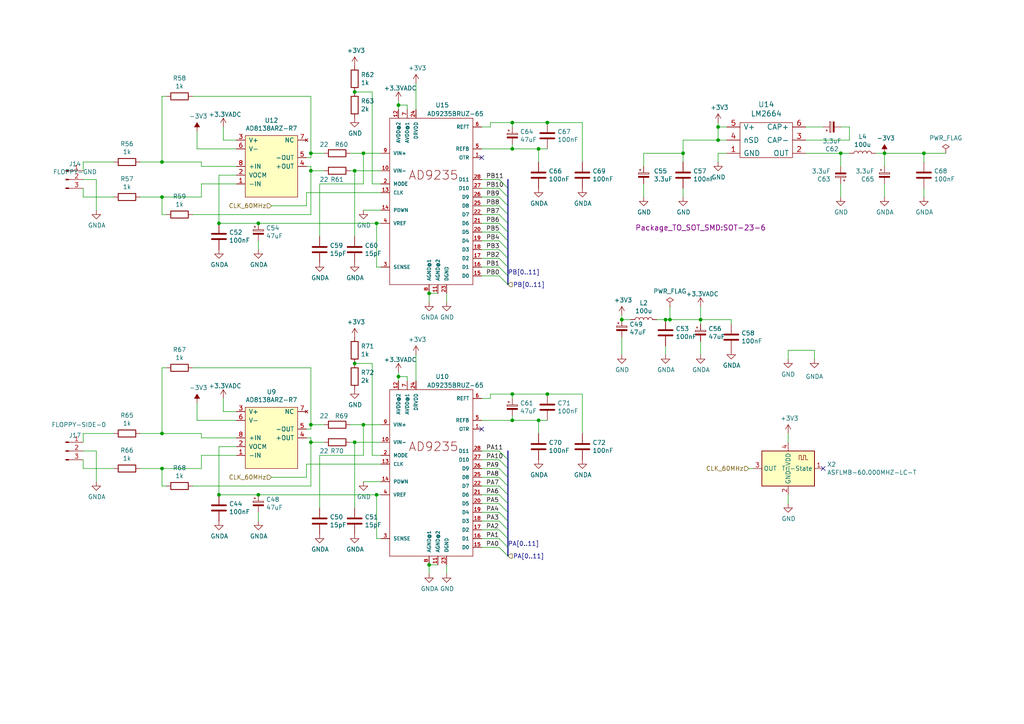
<source format=kicad_sch>
(kicad_sch (version 20211123) (generator eeschema)
  (paper "A4")
  (lib_symbols
    (symbol "AnalogFluxReader-rescue:CP_Small-Device" (pin_numbers hide) (pin_names (offset 0.254) hide)
      (property "Reference" "C" (at 0.254 1.778 0))
      (property "Value" "CP_Small-Device" (at 0.254 -2.032 0))
      (symbol "CP_Small-Device_0_1"
        (rectangle (start -1.524 -0.3048) (end 1.524 -0.6858) (fill (type outline)))
        (rectangle (start -1.524 0.6858) (end 1.524 0.3048))
        (polyline (pts (xy -1.27 1.524) (xy -0.762 1.524)))
        (polyline (pts (xy -1.016 1.27) (xy -1.016 1.778)))
      )
      (symbol "CP_Small-Device_1_1"
        (pin passive line (at 0 2.54 270) (length 1.8542) (name "~") (number "1"))
        (pin passive line (at 0 -2.54 90) (length 1.8542) (name "~") (number "2"))
      )
    )
    (symbol "Connector:Conn_01x03_Male" (pin_names (offset 1.016) hide)
      (property "Reference" "J" (at 0 5.08 0))
      (property "Value" "Conn_01x03_Male" (at 0 -5.08 0))
      (symbol "Conn_01x03_Male_1_1"
        (polyline (pts (xy 1.27 -2.54) (xy 0.8636 -2.54)) (stroke (width 0.1524)))
        (polyline (pts (xy 1.27 0) (xy 0.8636 0)) (stroke (width 0.1524)))
        (polyline (pts (xy 1.27 2.54) (xy 0.8636 2.54)) (stroke (width 0.1524)))
        (rectangle (start 0.8636 -2.413) (end 0 -2.667) (stroke (width 0.1524)) (fill (type outline)))
        (rectangle (start 0.8636 0.127) (end 0 -0.127) (stroke (width 0.1524)) (fill (type outline)))
        (rectangle (start 0.8636 2.667) (end 0 2.413) (stroke (width 0.1524)) (fill (type outline)))
        (pin passive line (at 5.08 2.54 180) (length 3.81) (name "Pin_1") (number "1"))
        (pin passive line (at 5.08 0 180) (length 3.81) (name "Pin_2") (number "2"))
        (pin passive line (at 5.08 -2.54 180) (length 3.81) (name "Pin_3") (number "3"))
      )
    )
    (symbol "Device:C" (pin_numbers hide) (pin_names (offset 0.254))
      (property "Reference" "C" (at 0.635 2.54 0))
      (property "Value" "C" (at 0.635 -2.54 0))
      (symbol "C_0_1"
        (polyline (pts (xy -2.032 -0.762) (xy 2.032 -0.762)) (stroke (width 0.508)))
        (polyline (pts (xy -2.032 0.762) (xy 2.032 0.762)) (stroke (width 0.508)))
      )
      (symbol "C_1_1"
        (pin passive line (at 0 3.81 270) (length 2.794) (name "~") (number "1"))
        (pin passive line (at 0 -3.81 90) (length 2.794) (name "~") (number "2"))
      )
    )
    (symbol "Device:C_Polarized_Small" (pin_numbers hide) (pin_names (offset 0.254) hide)
      (property "Reference" "C" (at 0.254 1.778 0))
      (property "Value" "C_Polarized_Small" (at 0.254 -2.032 0))
      (symbol "C_Polarized_Small_0_1"
        (rectangle (start -1.524 -0.3048) (end 1.524 -0.6858) (fill (type outline)))
        (rectangle (start -1.524 0.6858) (end 1.524 0.3048))
        (polyline (pts (xy -1.27 1.524) (xy -0.762 1.524)))
        (polyline (pts (xy -1.016 1.27) (xy -1.016 1.778)))
      )
      (symbol "C_Polarized_Small_1_1"
        (pin passive line (at 0 2.54 270) (length 1.8542) (name "~") (number "1"))
        (pin passive line (at 0 -2.54 90) (length 1.8542) (name "~") (number "2"))
      )
    )
    (symbol "Device:L" (pin_numbers hide) (pin_names (offset 1.016) hide)
      (property "Reference" "L" (at -1.27 0 90))
      (property "Value" "L" (at 1.905 0 90))
      (symbol "L_0_1"
        (arc (start 0 -2.54) (mid 0.635 -1.905) (end 0 -1.27))
        (arc (start 0 -1.27) (mid 0.635 -0.635) (end 0 0))
        (arc (start 0 0) (mid 0.635 0.635) (end 0 1.27))
        (arc (start 0 1.27) (mid 0.635 1.905) (end 0 2.54))
      )
      (symbol "L_1_1"
        (pin passive line (at 0 3.81 270) (length 1.27) (name "1") (number "1"))
        (pin passive line (at 0 -3.81 90) (length 1.27) (name "2") (number "2"))
      )
    )
    (symbol "Device:R" (pin_numbers hide) (pin_names (offset 0))
      (property "Reference" "R" (at 2.032 0 90))
      (property "Value" "R" (at 0 0 90))
      (symbol "R_0_1"
        (rectangle (start -1.016 -2.54) (end 1.016 2.54) (stroke (width 0.254)))
      )
      (symbol "R_1_1"
        (pin passive line (at 0 3.81 270) (length 1.27) (name "~") (number "1"))
        (pin passive line (at 0 -3.81 90) (length 1.27) (name "~") (number "2"))
      )
    )
    (symbol "Greaseweazle:AD8138-ad8138" (pin_names (offset 1.016))
      (property "Reference" "IC" (at -7.62 10.16 0))
      (property "Value" "AD8138-ad8138" (at -7.62 -10.16 0))
      (symbol "AD8138-ad8138_0_0"
        (pin input line (at -10.16 -5.08 0) (length 2.54) (name "-IN") (number "1"))
        (pin input line (at -10.16 -2.54 0) (length 2.54) (name "VOCM") (number "2"))
        (pin power_in line (at -10.16 7.62 0) (length 2.54) (name "V+") (number "3"))
        (pin output line (at 10.16 0 180) (length 2.54) (name "+OUT") (number "4"))
        (pin output line (at 10.16 2.54 180) (length 2.54) (name "-OUT") (number "5"))
        (pin power_in line (at -10.16 5.08 0) (length 2.54) (name "V-") (number "6"))
        (pin no_connect line (at 10.16 7.62 180) (length 2.54) (name "NC") (number "7"))
        (pin input line (at -10.16 0 0) (length 2.54) (name "+IN") (number "8"))
      )
      (symbol "AD8138-ad8138_0_1"
        (rectangle (start -7.62 8.89) (end 7.62 -8.89) (fill (type background)))
      )
    )
    (symbol "Greaseweazle:AD9235BR-ad9235" (pin_names (offset 1.016))
      (property "Reference" "U" (at 2.54 26.67 0))
      (property "Value" "AD9235BR-ad9235" (at 6.35 24.13 0))
      (symbol "AD9235BR-ad9235_1_0"
        (polyline (pts (xy -12.7 -25.4) (xy -12.7 22.86)))
        (polyline (pts (xy -12.7 22.86) (xy 11.43 22.86)))
        (polyline (pts (xy 11.43 -25.4) (xy -12.7 -25.4)))
        (polyline (pts (xy 11.43 22.86) (xy 11.43 -25.4)))
        (text "AD9235" (at 0 6.35 0) (effects (font (size 2.54 2.54))))
      )
      (symbol "AD9235BR-ad9235_1_1"
        (pin output line (at 13.97 11.43 180) (length 2.54) (name "OTR") (number "1"))
        (pin input line (at -15.24 7.62 0) (length 2.54) (name "VIN-") (number "10"))
        (pin power_in line (at 1.27 -27.94 90) (length 2.54) (name "AGND@2") (number "11"))
        (pin power_in line (at -10.16 25.4 270) (length 2.54) (name "AVDD@2") (number "12"))
        (pin input line (at -15.24 1.27 0) (length 2.54) (name "CLK") (number "13"))
        (pin input line (at -15.24 -3.81 0) (length 2.54) (name "PDWN") (number "14"))
        (pin output line (at 13.97 -22.86 180) (length 2.54) (name "D0") (number "15"))
        (pin output line (at 13.97 -20.32 180) (length 2.54) (name "D1") (number "16"))
        (pin output line (at 13.97 -17.78 180) (length 2.54) (name "D2") (number "17"))
        (pin output line (at 13.97 -15.24 180) (length 2.54) (name "D3") (number "18"))
        (pin output line (at 13.97 -12.7 180) (length 2.54) (name "D4") (number "19"))
        (pin input line (at -15.24 3.81 0) (length 2.54) (name "MODE") (number "2"))
        (pin output line (at 13.97 -10.16 180) (length 2.54) (name "D5") (number "20"))
        (pin output line (at 13.97 -7.62 180) (length 2.54) (name "D6") (number "21"))
        (pin output line (at 13.97 -5.08 180) (length 2.54) (name "D7") (number "22"))
        (pin power_in line (at 3.81 -27.94 90) (length 2.54) (name "DGND") (number "23"))
        (pin power_in line (at -5.08 25.4 270) (length 2.54) (name "DRVDD") (number "24"))
        (pin output line (at 13.97 -2.54 180) (length 2.54) (name "D8") (number "25"))
        (pin output line (at 13.97 0 180) (length 2.54) (name "D9") (number "26"))
        (pin output line (at 13.97 2.54 180) (length 2.54) (name "D10") (number "27"))
        (pin output line (at 13.97 5.08 180) (length 2.54) (name "D11") (number "28"))
        (pin input line (at -15.24 -20.32 0) (length 2.54) (name "SENSE") (number "3"))
        (pin input line (at -15.24 -7.62 0) (length 2.54) (name "VREF") (number "4"))
        (pin output line (at 13.97 13.97 180) (length 2.54) (name "REFB") (number "5"))
        (pin output line (at 13.97 20.32 180) (length 2.54) (name "REFT") (number "6"))
        (pin power_in line (at -7.62 25.4 270) (length 2.54) (name "AVDD@1") (number "7"))
        (pin power_in line (at -1.27 -27.94 90) (length 2.54) (name "AGND@1") (number "8"))
        (pin input line (at -15.24 12.7 0) (length 2.54) (name "VIN+") (number "9"))
      )
    )
    (symbol "Greaseweazle:CP_Small-Device" (pin_numbers hide) (pin_names (offset 0.254) hide)
      (property "Reference" "C" (at 0.254 1.778 0))
      (property "Value" "CP_Small-Device" (at 0.254 -2.032 0))
      (symbol "CP_Small-Device_0_1"
        (rectangle (start -1.524 -0.3048) (end 1.524 -0.6858) (fill (type outline)))
        (rectangle (start -1.524 0.6858) (end 1.524 0.3048))
        (polyline (pts (xy -1.27 1.524) (xy -0.762 1.524)))
        (polyline (pts (xy -1.016 1.27) (xy -1.016 1.778)))
      )
      (symbol "CP_Small-Device_1_1"
        (pin passive line (at 0 2.54 270) (length 1.8542) (name "~") (number "1"))
        (pin passive line (at 0 -2.54 90) (length 1.8542) (name "~") (number "2"))
      )
    )
    (symbol "Greaseweazle:LM2664-tinkerforge" (pin_names (offset 1.016))
      (property "Reference" "U" (at -6.35 6.35 0))
      (property "Value" "LM2664-tinkerforge" (at 0 -6.35 0))
      (symbol "LM2664-tinkerforge_0_1"
        (rectangle (start -7.62 5.08) (end 7.62 -5.08))
      )
      (symbol "LM2664-tinkerforge_1_1"
        (pin input line (at -11.43 -3.81 0) (length 3.81) (name "GND") (number "1"))
        (pin input line (at 11.43 -3.81 180) (length 3.81) (name "OUT") (number "2"))
        (pin input line (at 11.43 0 180) (length 3.81) (name "CAP-") (number "3"))
        (pin input line (at -11.43 0 0) (length 3.81) (name "nSD") (number "4"))
        (pin input line (at -11.43 3.81 0) (length 3.81) (name "V+") (number "5"))
        (pin input line (at 11.43 3.81 180) (length 3.81) (name "CAP+") (number "6"))
      )
    )
    (symbol "Oscillator:ASCO"
      (property "Reference" "X" (at -7.62 6.35 0))
      (property "Value" "ASCO" (at 1.27 -6.35 0))
      (symbol "ASCO_0_1"
        (rectangle (start -7.62 5.08) (end 7.62 -5.08) (stroke (width 0.254)) (fill (type background)))
        (polyline (pts (xy -5.715 2.54) (xy -5.08 2.54) (xy -5.08 3.81) (xy -4.445 3.81) (xy -4.445 2.54) (xy -3.81 2.54) (xy -3.81 3.81) (xy -3.175 3.81) (xy -3.175 2.54)))
      )
      (symbol "ASCO_1_1"
        (pin input line (at -10.16 0 0) (length 2.54) (name "Tri-State") (number "1"))
        (pin power_in line (at 0 -7.62 90) (length 2.54) (name "GND") (number "2"))
        (pin output line (at 10.16 0 180) (length 2.54) (name "OUT") (number "3"))
        (pin power_in line (at 0 7.62 270) (length 2.54) (name "VDD") (number "4"))
      )
    )
    (symbol "power:+3.3VADC" (power) (pin_names (offset 0))
      (property "Value" "+3.3VADC" (at 0 2.54 0))
      (symbol "+3.3VADC_0_0"
        (pin power_in line (at 0 0 90) (length 0) hide (name "+3.3VADC") (number "1"))
      )
      (symbol "+3.3VADC_0_1"
        (polyline (pts (xy -0.762 1.27) (xy 0 2.54)))
        (polyline (pts (xy 0 0) (xy 0 2.54)))
        (polyline (pts (xy 0 2.54) (xy 0.762 1.27)))
      )
    )
    (symbol "power:+3V3" (power) (pin_names (offset 0))
      (property "Value" "+3V3" (at 0 3.556 0))
      (symbol "+3V3_0_1"
        (polyline (pts (xy -0.762 1.27) (xy 0 2.54)))
        (polyline (pts (xy 0 0) (xy 0 2.54)))
        (polyline (pts (xy 0 2.54) (xy 0.762 1.27)))
      )
      (symbol "+3V3_1_1"
        (pin power_in line (at 0 0 90) (length 0) hide (name "+3V3") (number "1"))
      )
    )
    (symbol "power:-3V3" (power) (pin_names (offset 0))
      (property "Value" "-3V3" (at 0 3.81 0))
      (symbol "-3V3_0_0"
        (pin power_in line (at 0 0 90) (length 0) hide (name "-3V3") (number "1"))
      )
      (symbol "-3V3_0_1"
        (polyline (pts (xy 0 0) (xy 0 1.27) (xy 0.762 1.27) (xy 0 2.54) (xy -0.762 1.27) (xy 0 1.27)) (fill (type outline)))
      )
    )
    (symbol "power:GND" (power) (pin_names (offset 0))
      (property "Value" "GND" (at 0 -3.81 0))
      (symbol "GND_0_1"
        (polyline (pts (xy 0 0) (xy 0 -1.27) (xy 1.27 -1.27) (xy 0 -2.54) (xy -1.27 -1.27) (xy 0 -1.27)))
      )
      (symbol "GND_1_1"
        (pin power_in line (at 0 0 270) (length 0) hide (name "GND") (number "1"))
      )
    )
    (symbol "power:GNDA" (power) (pin_names (offset 0))
      (property "Value" "GNDA" (at 0 -3.81 0))
      (symbol "GNDA_0_1"
        (polyline (pts (xy 0 0) (xy 0 -1.27) (xy 1.27 -1.27) (xy 0 -2.54) (xy -1.27 -1.27) (xy 0 -1.27)))
      )
      (symbol "GNDA_1_1"
        (pin power_in line (at 0 0 270) (length 0) hide (name "GNDA") (number "1"))
      )
    )
    (symbol "power:PWR_FLAG" (power) (pin_numbers hide) (pin_names (offset 0) hide)
      (property "Value" "PWR_FLAG" (at 0 3.81 0))
      (symbol "PWR_FLAG_0_0"
        (pin power_out line (at 0 0 90) (length 0) (name "pwr") (number "1"))
      )
      (symbol "PWR_FLAG_0_1"
        (polyline (pts (xy 0 0) (xy 0 1.27) (xy -1.016 1.905) (xy 0 2.54) (xy 1.016 1.905) (xy 0 1.27)))
      )
    )
  )
  (junction (at 158.75 35.56))
  (junction (at 158.75 114.3))
  (junction (at 74.93 143.51))
  (junction (at 105.41 44.45))
  (junction (at 63.5 143.51))
  (junction (at 109.22 143.51))
  (junction (at 256.54 44.45))
  (junction (at 90.17 44.45))
  (junction (at 156.21 121.92))
  (junction (at 208.28 36.83))
  (junction (at 156.21 43.18))
  (junction (at 267.97 44.45))
  (junction (at 90.17 123.19))
  (junction (at 74.93 64.77))
  (junction (at 90.17 128.27))
  (junction (at 46.99 57.15))
  (junction (at 105.41 123.19))
  (junction (at 148.59 114.3))
  (junction (at 124.46 163.83))
  (junction (at 148.59 43.18))
  (junction (at 124.46 85.09))
  (junction (at 102.87 105.41))
  (junction (at 243.84 44.45))
  (junction (at 102.87 49.53))
  (junction (at 46.99 46.99))
  (junction (at 193.04 92.71))
  (junction (at 148.59 35.56))
  (junction (at 115.57 30.48))
  (junction (at 102.87 26.67))
  (junction (at 208.28 40.64))
  (junction (at 46.99 125.73))
  (junction (at 203.2 92.71))
  (junction (at 198.12 44.45))
  (junction (at 102.87 128.27))
  (junction (at 109.22 64.77))
  (junction (at 194.31 92.71))
  (junction (at 148.59 121.92))
  (junction (at 115.57 109.22))
  (junction (at 46.99 135.89))
  (junction (at 63.5 64.77))
  (junction (at 90.17 49.53))
  (junction (at 180.34 92.71))
  (no_connect (at 238.76 135.89))
  (no_connect (at 139.7 45.72))
  (no_connect (at 139.7 124.46))
  (bus_entry (at 144.78 77.47) (size 2.54 2.54))
  (bus_entry (at 144.78 62.23) (size 2.54 2.54))
  (bus_entry (at 144.78 74.93) (size 2.54 2.54))
  (bus_entry (at 144.78 138.43) (size 2.54 2.54))
  (bus_entry (at 144.78 140.97) (size 2.54 2.54))
  (bus_entry (at 144.78 143.51) (size 2.54 2.54))
  (bus_entry (at 144.78 151.13) (size 2.54 2.54))
  (bus_entry (at 144.78 153.67) (size 2.54 2.54))
  (bus_entry (at 144.78 156.21) (size 2.54 2.54))
  (bus_entry (at 144.78 158.75) (size 2.54 2.54))
  (bus_entry (at 144.78 130.81) (size 2.54 2.54))
  (bus_entry (at 144.78 133.35) (size 2.54 2.54))
  (bus_entry (at 144.78 135.89) (size 2.54 2.54))
  (bus_entry (at 144.78 148.59) (size 2.54 2.54))
  (bus_entry (at 144.78 146.05) (size 2.54 2.54))
  (bus_entry (at 144.78 67.31) (size 2.54 2.54))
  (bus_entry (at 144.78 80.01) (size 2.54 2.54))
  (bus_entry (at 144.78 52.07) (size 2.54 2.54))
  (bus_entry (at 144.78 54.61) (size 2.54 2.54))
  (bus_entry (at 144.78 64.77) (size 2.54 2.54))
  (bus_entry (at 144.78 72.39) (size 2.54 2.54))
  (bus_entry (at 144.78 57.15) (size 2.54 2.54))
  (bus_entry (at 144.78 59.69) (size 2.54 2.54))
  (bus_entry (at 144.78 69.85) (size 2.54 2.54))
  (wire (pts (xy 107.95 26.67) (xy 107.95 53.34)))
  (wire (pts (xy 105.41 139.7) (xy 110.49 139.7)))
  (wire (pts (xy 120.65 31.75) (xy 120.65 24.13)))
  (wire (pts (xy 68.58 43.18) (xy 57.15 43.18)))
  (wire (pts (xy 148.59 121.92) (xy 156.21 121.92)))
  (wire (pts (xy 93.98 128.27) (xy 90.17 128.27)))
  (wire (pts (xy 46.99 27.94) (xy 48.26 27.94)))
  (wire (pts (xy 243.84 53.34) (xy 243.84 57.15)))
  (wire (pts (xy 203.2 92.71) (xy 203.2 88.9)))
  (wire (pts (xy 64.77 40.64) (xy 64.77 36.83)))
  (wire (pts (xy 139.7 43.18) (xy 148.59 43.18)))
  (wire (pts (xy 274.32 44.45) (xy 267.97 44.45)))
  (wire (pts (xy 105.41 123.19) (xy 110.49 123.19)))
  (wire (pts (xy 208.28 36.83) (xy 208.28 35.56)))
  (wire (pts (xy 55.88 62.23) (xy 90.17 62.23)))
  (wire (pts (xy 120.65 110.49) (xy 120.65 102.87)))
  (wire (pts (xy 90.17 106.68) (xy 55.88 106.68)))
  (wire (pts (xy 148.59 35.56) (xy 158.75 35.56)))
  (wire (pts (xy 115.57 110.49) (xy 115.57 109.22)))
  (wire (pts (xy 158.75 35.56) (xy 168.91 35.56)))
  (wire (pts (xy 105.41 132.08) (xy 105.41 123.19)))
  (wire (pts (xy 90.17 45.72) (xy 90.17 44.45)))
  (bus (pts (xy 147.32 64.77) (xy 147.32 67.31)))
  (wire (pts (xy 109.22 64.77) (xy 110.49 64.77)))
  (bus (pts (xy 147.32 130.81) (xy 147.32 133.35)))
  (wire (pts (xy 105.41 60.96) (xy 110.49 60.96)))
  (wire (pts (xy 243.84 36.83) (xy 246.38 36.83)))
  (wire (pts (xy 74.93 151.13) (xy 74.93 148.59)))
  (wire (pts (xy 148.59 43.18) (xy 156.21 43.18)))
  (wire (pts (xy 63.5 143.51) (xy 74.93 143.51)))
  (wire (pts (xy 105.41 44.45) (xy 101.6 44.45)))
  (wire (pts (xy 63.5 50.8) (xy 68.58 50.8)))
  (wire (pts (xy 127 85.09) (xy 124.46 85.09)))
  (wire (pts (xy 139.7 135.89) (xy 144.78 135.89)))
  (wire (pts (xy 139.7 69.85) (xy 144.78 69.85)))
  (wire (pts (xy 102.87 147.32) (xy 102.87 128.27)))
  (wire (pts (xy 233.68 36.83) (xy 238.76 36.83)))
  (wire (pts (xy 139.7 138.43) (xy 144.78 138.43)))
  (wire (pts (xy 74.93 143.51) (xy 109.22 143.51)))
  (wire (pts (xy 74.93 72.39) (xy 74.93 69.85)))
  (wire (pts (xy 168.91 35.56) (xy 168.91 46.99)))
  (wire (pts (xy 180.34 92.71) (xy 182.88 92.71)))
  (wire (pts (xy 63.5 143.51) (xy 63.5 129.54)))
  (wire (pts (xy 124.46 87.63) (xy 124.46 85.09)))
  (wire (pts (xy 203.2 93.98) (xy 203.2 92.71)))
  (wire (pts (xy 46.99 140.97) (xy 46.99 135.89)))
  (wire (pts (xy 124.46 166.37) (xy 124.46 163.83)))
  (wire (pts (xy 90.17 123.19) (xy 90.17 106.68)))
  (wire (pts (xy 243.84 44.45) (xy 246.38 44.45)))
  (wire (pts (xy 88.9 134.62) (xy 110.49 134.62)))
  (wire (pts (xy 63.5 64.77) (xy 63.5 50.8)))
  (wire (pts (xy 63.5 129.54) (xy 68.58 129.54)))
  (bus (pts (xy 147.32 135.89) (xy 147.32 138.43)))
  (wire (pts (xy 139.7 54.61) (xy 144.78 54.61)))
  (wire (pts (xy 210.82 36.83) (xy 208.28 36.83)))
  (wire (pts (xy 208.28 44.45) (xy 210.82 44.45)))
  (wire (pts (xy 40.64 46.99) (xy 46.99 46.99)))
  (wire (pts (xy 102.87 128.27) (xy 110.49 128.27)))
  (wire (pts (xy 148.59 36.83) (xy 148.59 35.56)))
  (wire (pts (xy 139.7 151.13) (xy 144.78 151.13)))
  (wire (pts (xy 193.04 102.87) (xy 193.04 100.33)))
  (bus (pts (xy 147.32 67.31) (xy 147.32 69.85)))
  (wire (pts (xy 68.58 119.38) (xy 64.77 119.38)))
  (wire (pts (xy 109.22 143.51) (xy 110.49 143.51)))
  (wire (pts (xy 90.17 124.46) (xy 90.17 123.19)))
  (wire (pts (xy 203.2 99.06) (xy 203.2 102.87)))
  (wire (pts (xy 142.24 35.56) (xy 148.59 35.56)))
  (wire (pts (xy 109.22 143.51) (xy 109.22 156.21)))
  (wire (pts (xy 212.09 92.71) (xy 203.2 92.71)))
  (wire (pts (xy 90.17 49.53) (xy 90.17 48.26)))
  (bus (pts (xy 147.32 72.39) (xy 147.32 74.93)))
  (wire (pts (xy 193.04 92.71) (xy 194.31 92.71)))
  (bus (pts (xy 147.32 52.07) (xy 147.32 54.61)))
  (wire (pts (xy 156.21 125.73) (xy 156.21 121.92)))
  (wire (pts (xy 105.41 44.45) (xy 110.49 44.45)))
  (wire (pts (xy 148.59 115.57) (xy 148.59 114.3)))
  (bus (pts (xy 147.32 80.01) (xy 147.32 82.55)))
  (wire (pts (xy 24.13 125.73) (xy 24.13 128.27)))
  (bus (pts (xy 147.32 158.75) (xy 147.32 161.29)))
  (wire (pts (xy 90.17 44.45) (xy 90.17 27.94)))
  (wire (pts (xy 92.71 53.34) (xy 105.41 53.34)))
  (wire (pts (xy 107.95 105.41) (xy 107.95 132.08)))
  (wire (pts (xy 102.87 49.53) (xy 101.6 49.53)))
  (wire (pts (xy 63.5 64.77) (xy 74.93 64.77)))
  (wire (pts (xy 78.74 138.43) (xy 88.9 138.43)))
  (wire (pts (xy 256.54 53.34) (xy 256.54 57.15)))
  (wire (pts (xy 24.13 46.99) (xy 24.13 49.53)))
  (wire (pts (xy 256.54 44.45) (xy 256.54 48.26)))
  (wire (pts (xy 139.7 133.35) (xy 144.78 133.35)))
  (wire (pts (xy 102.87 105.41) (xy 107.95 105.41)))
  (wire (pts (xy 58.42 57.15) (xy 46.99 57.15)))
  (wire (pts (xy 180.34 97.79) (xy 180.34 102.87)))
  (wire (pts (xy 139.7 121.92) (xy 148.59 121.92)))
  (wire (pts (xy 139.7 148.59) (xy 144.78 148.59)))
  (wire (pts (xy 186.69 44.45) (xy 186.69 48.26)))
  (wire (pts (xy 156.21 121.92) (xy 158.75 121.92)))
  (wire (pts (xy 88.9 45.72) (xy 90.17 45.72)))
  (wire (pts (xy 109.22 77.47) (xy 110.49 77.47)))
  (wire (pts (xy 24.13 54.61) (xy 24.13 57.15)))
  (wire (pts (xy 267.97 44.45) (xy 256.54 44.45)))
  (bus (pts (xy 147.32 59.69) (xy 147.32 62.23)))
  (wire (pts (xy 90.17 127) (xy 88.9 127)))
  (wire (pts (xy 68.58 40.64) (xy 64.77 40.64)))
  (wire (pts (xy 68.58 121.92) (xy 57.15 121.92)))
  (wire (pts (xy 92.71 132.08) (xy 105.41 132.08)))
  (wire (pts (xy 55.88 140.97) (xy 90.17 140.97)))
  (wire (pts (xy 210.82 40.64) (xy 208.28 40.64)))
  (wire (pts (xy 46.99 125.73) (xy 58.42 125.73)))
  (wire (pts (xy 186.69 44.45) (xy 198.12 44.45)))
  (wire (pts (xy 139.7 57.15) (xy 144.78 57.15)))
  (wire (pts (xy 243.84 44.45) (xy 243.84 48.26)))
  (wire (pts (xy 217.17 135.89) (xy 218.44 135.89)))
  (wire (pts (xy 58.42 127) (xy 68.58 127)))
  (bus (pts (xy 147.32 133.35) (xy 147.32 135.89)))
  (wire (pts (xy 48.26 140.97) (xy 46.99 140.97)))
  (wire (pts (xy 186.69 53.34) (xy 186.69 57.15)))
  (wire (pts (xy 228.6 104.14) (xy 228.6 101.6)))
  (wire (pts (xy 246.38 40.64) (xy 233.68 40.64)))
  (wire (pts (xy 127 163.83) (xy 124.46 163.83)))
  (wire (pts (xy 198.12 46.99) (xy 198.12 44.45)))
  (wire (pts (xy 115.57 30.48) (xy 115.57 29.21)))
  (bus (pts (xy 147.32 140.97) (xy 147.32 143.51)))
  (wire (pts (xy 46.99 106.68) (xy 48.26 106.68)))
  (wire (pts (xy 180.34 91.44) (xy 180.34 92.71)))
  (wire (pts (xy 198.12 44.45) (xy 198.12 40.64)))
  (bus (pts (xy 147.32 54.61) (xy 147.32 57.15)))
  (wire (pts (xy 90.17 140.97) (xy 90.17 128.27)))
  (wire (pts (xy 58.42 48.26) (xy 68.58 48.26)))
  (wire (pts (xy 129.54 87.63) (xy 129.54 85.09)))
  (wire (pts (xy 243.84 44.45) (xy 233.68 44.45)))
  (wire (pts (xy 139.7 146.05) (xy 144.78 146.05)))
  (wire (pts (xy 57.15 43.18) (xy 57.15 38.1)))
  (wire (pts (xy 90.17 48.26) (xy 88.9 48.26)))
  (wire (pts (xy 68.58 132.08) (xy 58.42 132.08)))
  (bus (pts (xy 147.32 156.21) (xy 147.32 158.75)))
  (wire (pts (xy 58.42 125.73) (xy 58.42 127)))
  (wire (pts (xy 139.7 74.93) (xy 144.78 74.93)))
  (wire (pts (xy 208.28 46.99) (xy 208.28 44.45)))
  (bus (pts (xy 147.32 74.93) (xy 147.32 77.47)))
  (wire (pts (xy 46.99 46.99) (xy 46.99 27.94)))
  (wire (pts (xy 139.7 130.81) (xy 144.78 130.81)))
  (wire (pts (xy 139.7 143.51) (xy 144.78 143.51)))
  (wire (pts (xy 129.54 166.37) (xy 129.54 163.83)))
  (wire (pts (xy 78.74 59.69) (xy 88.9 59.69)))
  (wire (pts (xy 68.58 53.34) (xy 58.42 53.34)))
  (wire (pts (xy 115.57 31.75) (xy 115.57 30.48)))
  (wire (pts (xy 105.41 123.19) (xy 101.6 123.19)))
  (wire (pts (xy 48.26 62.23) (xy 46.99 62.23)))
  (wire (pts (xy 156.21 46.99) (xy 156.21 43.18)))
  (bus (pts (xy 147.32 77.47) (xy 147.32 80.01)))
  (wire (pts (xy 198.12 40.64) (xy 208.28 40.64)))
  (wire (pts (xy 148.59 120.65) (xy 148.59 121.92)))
  (wire (pts (xy 107.95 53.34) (xy 110.49 53.34)))
  (wire (pts (xy 142.24 114.3) (xy 148.59 114.3)))
  (wire (pts (xy 88.9 55.88) (xy 110.49 55.88)))
  (wire (pts (xy 88.9 59.69) (xy 88.9 55.88)))
  (wire (pts (xy 102.87 26.67) (xy 107.95 26.67)))
  (wire (pts (xy 118.11 31.75) (xy 118.11 30.48)))
  (wire (pts (xy 142.24 36.83) (xy 142.24 35.56)))
  (wire (pts (xy 198.12 57.15) (xy 198.12 54.61)))
  (wire (pts (xy 93.98 44.45) (xy 90.17 44.45)))
  (bus (pts (xy 147.32 57.15) (xy 147.32 59.69)))
  (bus (pts (xy 147.32 143.51) (xy 147.32 146.05)))
  (wire (pts (xy 88.9 124.46) (xy 90.17 124.46)))
  (wire (pts (xy 139.7 64.77) (xy 144.78 64.77)))
  (wire (pts (xy 27.94 52.07) (xy 24.13 52.07)))
  (wire (pts (xy 105.41 53.34) (xy 105.41 44.45)))
  (wire (pts (xy 102.87 49.53) (xy 110.49 49.53)))
  (wire (pts (xy 267.97 46.99) (xy 267.97 44.45)))
  (wire (pts (xy 246.38 36.83) (xy 246.38 40.64)))
  (wire (pts (xy 228.6 143.51) (xy 228.6 146.05)))
  (wire (pts (xy 168.91 114.3) (xy 168.91 125.73)))
  (wire (pts (xy 24.13 46.99) (xy 33.02 46.99)))
  (wire (pts (xy 33.02 57.15) (xy 24.13 57.15)))
  (wire (pts (xy 46.99 62.23) (xy 46.99 57.15)))
  (wire (pts (xy 115.57 109.22) (xy 115.57 107.95)))
  (wire (pts (xy 92.71 68.58) (xy 92.71 53.34)))
  (wire (pts (xy 139.7 156.21) (xy 144.78 156.21)))
  (wire (pts (xy 267.97 57.15) (xy 267.97 54.61)))
  (wire (pts (xy 93.98 123.19) (xy 90.17 123.19)))
  (wire (pts (xy 142.24 115.57) (xy 142.24 114.3)))
  (wire (pts (xy 46.99 46.99) (xy 58.42 46.99)))
  (wire (pts (xy 118.11 109.22) (xy 115.57 109.22)))
  (wire (pts (xy 139.7 36.83) (xy 142.24 36.83)))
  (wire (pts (xy 33.02 135.89) (xy 24.13 135.89)))
  (wire (pts (xy 64.77 119.38) (xy 64.77 115.57)))
  (wire (pts (xy 88.9 138.43) (xy 88.9 134.62)))
  (wire (pts (xy 40.64 125.73) (xy 46.99 125.73)))
  (wire (pts (xy 58.42 132.08) (xy 58.42 135.89)))
  (wire (pts (xy 109.22 64.77) (xy 109.22 77.47)))
  (wire (pts (xy 46.99 57.15) (xy 40.64 57.15)))
  (wire (pts (xy 58.42 135.89) (xy 46.99 135.89)))
  (bus (pts (xy 147.32 146.05) (xy 147.32 148.59)))
  (wire (pts (xy 27.94 139.7) (xy 27.94 130.81)))
  (wire (pts (xy 102.87 128.27) (xy 101.6 128.27)))
  (wire (pts (xy 139.7 77.47) (xy 144.78 77.47)))
  (bus (pts (xy 147.32 62.23) (xy 147.32 64.77)))
  (wire (pts (xy 27.94 60.96) (xy 27.94 52.07)))
  (wire (pts (xy 139.7 80.01) (xy 144.78 80.01)))
  (wire (pts (xy 139.7 140.97) (xy 144.78 140.97)))
  (wire (pts (xy 58.42 46.99) (xy 58.42 48.26)))
  (bus (pts (xy 147.32 148.59) (xy 147.32 151.13)))
  (wire (pts (xy 46.99 125.73) (xy 46.99 106.68)))
  (wire (pts (xy 90.17 128.27) (xy 90.17 127)))
  (wire (pts (xy 46.99 135.89) (xy 40.64 135.89)))
  (wire (pts (xy 102.87 68.58) (xy 102.87 49.53)))
  (wire (pts (xy 156.21 43.18) (xy 158.75 43.18)))
  (wire (pts (xy 256.54 44.45) (xy 254 44.45)))
  (wire (pts (xy 228.6 101.6) (xy 236.22 101.6)))
  (bus (pts (xy 147.32 69.85) (xy 147.32 72.39)))
  (wire (pts (xy 236.22 101.6) (xy 236.22 104.14)))
  (wire (pts (xy 118.11 30.48) (xy 115.57 30.48)))
  (wire (pts (xy 139.7 67.31) (xy 144.78 67.31)))
  (wire (pts (xy 109.22 156.21) (xy 110.49 156.21)))
  (wire (pts (xy 92.71 147.32) (xy 92.71 132.08)))
  (wire (pts (xy 228.6 125.73) (xy 228.6 128.27)))
  (wire (pts (xy 118.11 110.49) (xy 118.11 109.22)))
  (wire (pts (xy 212.09 93.98) (xy 212.09 92.71)))
  (wire (pts (xy 58.42 53.34) (xy 58.42 57.15)))
  (bus (pts (xy 147.32 153.67) (xy 147.32 156.21)))
  (wire (pts (xy 139.7 153.67) (xy 144.78 153.67)))
  (wire (pts (xy 57.15 121.92) (xy 57.15 116.84)))
  (wire (pts (xy 139.7 59.69) (xy 144.78 59.69)))
  (wire (pts (xy 139.7 62.23) (xy 144.78 62.23)))
  (wire (pts (xy 74.93 64.77) (xy 109.22 64.77)))
  (wire (pts (xy 148.59 114.3) (xy 158.75 114.3)))
  (wire (pts (xy 148.59 41.91) (xy 148.59 43.18)))
  (wire (pts (xy 208.28 40.64) (xy 208.28 36.83)))
  (wire (pts (xy 194.31 92.71) (xy 203.2 92.71)))
  (wire (pts (xy 24.13 125.73) (xy 33.02 125.73)))
  (bus (pts (xy 147.32 151.13) (xy 147.32 153.67)))
  (wire (pts (xy 107.95 132.08) (xy 110.49 132.08)))
  (wire (pts (xy 139.7 115.57) (xy 142.24 115.57)))
  (bus (pts (xy 147.32 138.43) (xy 147.32 140.97)))
  (wire (pts (xy 24.13 133.35) (xy 24.13 135.89)))
  (wire (pts (xy 190.5 92.71) (xy 193.04 92.71)))
  (wire (pts (xy 194.31 88.9) (xy 194.31 92.71)))
  (wire (pts (xy 90.17 62.23) (xy 90.17 49.53)))
  (wire (pts (xy 158.75 114.3) (xy 168.91 114.3)))
  (wire (pts (xy 139.7 52.07) (xy 144.78 52.07)))
  (wire (pts (xy 90.17 27.94) (xy 55.88 27.94)))
  (wire (pts (xy 27.94 130.81) (xy 24.13 130.81)))
  (wire (pts (xy 139.7 158.75) (xy 144.78 158.75)))
  (wire (pts (xy 93.98 49.53) (xy 90.17 49.53)))
  (wire (pts (xy 139.7 72.39) (xy 144.78 72.39)))
  (label "PA7" (at 140.97 140.97 0))
  (label "PA4" (at 140.97 148.59 0))
  (label "PA2" (at 140.97 153.67 0))
  (label "PB7" (at 140.97 62.23 0))
  (label "PB1" (at 140.97 77.47 0))
  (label "PA11" (at 140.97 130.81 0))
  (label "PB11" (at 140.97 52.07 0))
  (label "PB0" (at 140.97 80.01 0))
  (label "PB8" (at 140.97 59.69 0))
  (label "PA5" (at 140.97 146.05 0))
  (label "PB10" (at 140.97 54.61 0))
  (label "PA10" (at 140.97 133.35 0))
  (label "PB5" (at 140.97 67.31 0))
  (label "PB[0..11]" (at 147.32 80.01 0))
  (label "PA3" (at 140.97 151.13 0))
  (label "PA8" (at 140.97 138.43 0))
  (label "PB2" (at 140.97 74.93 0))
  (label "PB3" (at 140.97 72.39 0))
  (label "PA0" (at 140.97 158.75 0))
  (label "PA9" (at 140.97 135.89 0))
  (label "PB9" (at 140.97 57.15 0))
  (label "PB4" (at 140.97 69.85 0))
  (label "PA1" (at 140.97 156.21 0))
  (label "PB6" (at 140.97 64.77 0))
  (label "PA[0..11]" (at 147.32 158.75 0))
  (label "PA6" (at 140.97 143.51 0))
  (hierarchical_label "CLK_60MHz" (shape input) (at 78.74 59.69 180))
  (hierarchical_label "CLK_60MHz" (shape input) (at 78.74 138.43 180))
  (hierarchical_label "PA[0..11]" (shape input) (at 147.32 161.29 0))
  (hierarchical_label "PB[0..11]" (shape input) (at 147.32 82.55 0))
  (hierarchical_label "CLK_60MHz" (shape input) (at 217.17 135.89 180))
  (symbol (lib_id "power:+3.3VADC") (at 115.57 107.95 0) (unit 1)
    (property "Reference" "#PWR0210" (effects hide))
    (property "Value" "+3.3VADC" (at 116.078 104.3178 0))
  )
  (symbol (lib_id "Device:R") (at 97.79 44.45 270) (unit 1)
    (property "Reference" "R60" (at 99.06 41.91 90))
    (property "Value" "22" (at 93.98 41.91 90))
    (property "Footprint" "Resistor_SMD:R_0402_1005Metric" (effects hide))
  )
  (symbol (lib_id "power:GND") (at 105.41 60.96 0) (unit 1)
    (property "Reference" "#PWR0237" (effects hide))
    (property "Value" "GND" (at 105.537 65.3542 0))
  )
  (symbol (lib_id "Device:C") (at 63.5 147.32 180) (unit 1)
    (property "Reference" "C44" (at 66.421 146.1516 0) (effects (justify right)))
    (property "Value" "100nF" (at 66.421 148.463 0) (effects (justify right)))
    (property "Footprint" "Capacitor_SMD:C_0402_1005Metric" (effects hide))
    (property "LCSC" "C1525" (effects hide))
  )
  (symbol (lib_id "Device:L") (at 186.69 92.71 90) (unit 1)
    (property "Reference" "L2" (at 186.69 87.884 90))
    (property "Value" "100u" (at 186.69 90.1954 90))
    (property "Footprint" "Greaseweazle:L_6.3x6.3_H3" (effects hide))
  )
  (symbol (lib_id "power:GNDA") (at 74.93 151.13 0) (unit 1)
    (property "Reference" "#PWR0195" (effects hide))
    (property "Value" "GNDA" (at 75.057 155.5242 0))
  )
  (symbol (lib_id "Greaseweazle:CP_Small-Device") (at 148.59 118.11 0) (unit 1)
    (property "Reference" "C61" (at 150.8252 116.9416 0) (effects (justify left)))
    (property "Value" "47uF" (at 150.8252 119.253 0) (effects (justify left)))
    (property "Footprint" "Capacitor_SMD:C_0603_1608Metric" (effects hide))
    (property "LCSC" "C140782" (effects hide))
  )
  (symbol (lib_id "power:GNDA") (at 102.87 76.2 0) (unit 1)
    (property "Reference" "#PWR0243" (effects hide))
    (property "Value" "GNDA" (at 102.997 80.5942 0))
  )
  (symbol (lib_id "Device:C_Polarized_Small") (at 243.84 50.8 180) (unit 1)
    (property "Reference" "C63" (at 240.919 51.9684 0) (effects (justify left)))
    (property "Value" "3.3uF" (at 240.919 49.657 0) (effects (justify left)))
    (property "Footprint" "Capacitor_SMD:CP_Elec_4x5.4" (effects hide))
    (property "LCSC" "C87864" (effects hide))
  )
  (symbol (lib_id "power:GNDA") (at 124.46 166.37 0) (unit 1)
    (property "Reference" "#PWR0212" (effects hide))
    (property "Value" "GNDA" (at 124.587 170.7642 0))
  )
  (symbol (lib_id "power:GND") (at 186.69 57.15 0) (unit 1)
    (property "Reference" "#PWR0192" (effects hide))
    (property "Value" "GND" (at 186.817 61.5442 0))
  )
  (symbol (lib_id "Device:R") (at 52.07 106.68 270) (unit 1)
    (property "Reference" "R67" (at 52.07 101.4222 90))
    (property "Value" "1k" (at 52.07 103.7336 90))
    (property "Footprint" "Resistor_THT:R_Axial_DIN0207_L6.3mm_D2.5mm_P7.62mm_Horizontal" (effects hide))
  )
  (symbol (lib_id "power:PWR_FLAG") (at 274.32 44.45 0) (unit 1)
    (property "Reference" "#FLG0102" (effects hide))
    (property "Value" "PWR_FLAG" (at 274.32 40.0304 0))
  )
  (symbol (lib_id "power:GNDA") (at 27.94 139.7 0) (unit 1)
    (property "Reference" "#PWR0205" (effects hide))
    (property "Value" "GNDA" (at 28.067 144.0942 0))
  )
  (symbol (lib_id "power:GNDA") (at 27.94 60.96 0) (unit 1)
    (property "Reference" "#PWR0247" (effects hide))
    (property "Value" "GNDA" (at 28.067 65.3542 0))
  )
  (symbol (lib_id "Device:C_Polarized_Small") (at 186.69 50.8 0) (unit 1)
    (property "Reference" "C55" (at 189.611 49.6316 0) (effects (justify left)))
    (property "Value" "3.3uF" (at 189.611 51.943 0) (effects (justify left)))
    (property "Footprint" "Capacitor_SMD:CP_Elec_4x5.4" (effects hide))
    (property "LCSC" "C87864" (effects hide))
  )
  (symbol (lib_id "power:GNDA") (at 63.5 72.39 0) (unit 1)
    (property "Reference" "#PWR0233" (effects hide))
    (property "Value" "GNDA" (at 63.627 76.7842 0))
  )
  (symbol (lib_id "power:-3V3") (at 57.15 116.84 0) (unit 1)
    (property "Reference" "#PWR0207" (effects hide))
    (property "Value" "-3V3" (at 57.531 112.4458 0))
  )
  (symbol (lib_id "Device:C") (at 168.91 129.54 180) (unit 1)
    (property "Reference" "C72" (at 171.831 128.3716 0) (effects (justify right)))
    (property "Value" "100nF" (at 171.831 130.683 0) (effects (justify right)))
    (property "Footprint" "Capacitor_SMD:C_0402_1005Metric" (effects hide))
    (property "LCSC" "C1525" (effects hide))
  )
  (symbol (lib_id "power:GNDA") (at 256.54 57.15 0) (unit 1)
    (property "Reference" "#PWR0188" (effects hide))
    (property "Value" "GNDA" (at 256.667 61.5442 0))
  )
  (symbol (lib_id "Device:C") (at 92.71 72.39 180) (unit 1)
    (property "Reference" "C59" (at 95.631 71.2216 0) (effects (justify right)))
    (property "Value" "15pF" (at 95.631 73.533 0) (effects (justify right)))
    (property "Footprint" "Capacitor_SMD:C_0402_1005Metric" (effects hide))
  )
  (symbol (lib_id "power:GND") (at 228.6 146.05 0) (unit 1)
    (property "Reference" "#PWR0253" (effects hide))
    (property "Value" "GND" (at 228.727 150.4442 0))
  )
  (symbol (lib_id "Device:C") (at 198.12 50.8 0) (unit 1)
    (property "Reference" "C57" (at 201.041 49.6316 0) (effects (justify left)))
    (property "Value" "100nF" (at 201.041 51.943 0) (effects (justify left)))
    (property "Footprint" "Capacitor_SMD:C_0402_1005Metric" (effects hide))
    (property "LCSC" "C1525" (effects hide))
  )
  (symbol (lib_id "power:GND") (at 105.41 139.7 0) (unit 1)
    (property "Reference" "#PWR0191" (effects hide))
    (property "Value" "GND" (at 105.537 144.0942 0))
  )
  (symbol (lib_id "Device:R") (at 52.07 62.23 270) (unit 1)
    (property "Reference" "R59" (at 52.07 56.9722 90))
    (property "Value" "1k" (at 52.07 59.2836 90))
    (property "Footprint" "Resistor_THT:R_Axial_DIN0207_L6.3mm_D2.5mm_P7.62mm_Horizontal" (effects hide))
  )
  (symbol (lib_id "power:GNDA") (at 156.21 54.61 0) (unit 1)
    (property "Reference" "#PWR0240" (effects hide))
    (property "Value" "GNDA" (at 156.337 59.0042 0))
  )
  (symbol (lib_id "power:+3V3") (at 228.6 125.73 0) (unit 1)
    (property "Reference" "#PWR0252" (effects hide))
    (property "Value" "+3V3" (at 228.981 121.3358 0))
  )
  (symbol (lib_id "power:+3.3VADC") (at 64.77 36.83 0) (unit 1)
    (property "Reference" "#PWR0249" (effects hide))
    (property "Value" "+3.3VADC" (at 65.278 33.1978 0))
  )
  (symbol (lib_id "Device:C") (at 102.87 72.39 180) (unit 1)
    (property "Reference" "C60" (at 105.791 71.2216 0) (effects (justify right)))
    (property "Value" "15pF" (at 105.791 73.533 0) (effects (justify right)))
    (property "Footprint" "Capacitor_SMD:C_0402_1005Metric" (effects hide))
  )
  (symbol (lib_id "power:+3V3") (at 120.65 24.13 0) (unit 1)
    (property "Reference" "#PWR0235" (effects hide))
    (property "Value" "+3V3" (at 121.031 19.7358 0))
  )
  (symbol (lib_id "Device:R") (at 36.83 135.89 270) (unit 1)
    (property "Reference" "R66" (at 36.83 130.6322 90))
    (property "Value" "1k" (at 36.83 132.9436 90))
    (property "Footprint" "Resistor_THT:R_Axial_DIN0207_L6.3mm_D2.5mm_P7.62mm_Horizontal" (effects hide))
  )
  (symbol (lib_id "power:GNDA") (at 212.09 101.6 0) (unit 1)
    (property "Reference" "#PWR0199" (effects hide))
    (property "Value" "GNDA" (at 212.217 105.9942 0))
  )
  (symbol (lib_id "Device:R") (at 52.07 27.94 270) (unit 1)
    (property "Reference" "R58" (at 52.07 22.6822 90))
    (property "Value" "1k" (at 52.07 24.9936 90))
    (property "Footprint" "Resistor_THT:R_Axial_DIN0207_L6.3mm_D2.5mm_P7.62mm_Horizontal" (effects hide))
  )
  (symbol (lib_id "Greaseweazle:AD8138-ad8138") (at 78.74 127 0) (unit 1)
    (property "Reference" "U9" (at 78.74 113.665 0))
    (property "Value" "AD8138ARZ-R7" (at 78.74 115.9764 0))
    (property "Footprint" "Package_SO:SOIC-8_3.9x4.9mm_P1.27mm" (effects hide))
    (property "Datasheet" "http://www.analog.com/media/en/technical-documentation/data-sheets/AD8138.pdf" (effects hide))
    (property "Farnell" "2725700" (effects hide))
  )
  (symbol (lib_id "Device:C") (at 156.21 129.54 180) (unit 1)
    (property "Reference" "C70" (at 159.131 128.3716 0) (effects (justify right)))
    (property "Value" "100nF" (at 159.131 130.683 0) (effects (justify right)))
    (property "Footprint" "Capacitor_SMD:C_0402_1005Metric" (effects hide))
    (property "LCSC" "C1525" (effects hide))
  )
  (symbol (lib_id "Device:R") (at 97.79 49.53 270) (unit 1)
    (property "Reference" "R61" (at 97.79 52.07 90))
    (property "Value" "22" (at 93.98 52.07 90))
    (property "Footprint" "Resistor_SMD:R_0402_1005Metric" (effects hide))
  )
  (symbol (lib_id "power:-3V3") (at 57.15 38.1 0) (unit 1)
    (property "Reference" "#PWR0248" (effects hide))
    (property "Value" "-3V3" (at 57.531 33.7058 0))
  )
  (symbol (lib_id "Greaseweazle:CP_Small-Device") (at 148.59 39.37 0) (unit 1)
    (property "Reference" "C64" (at 150.8252 38.2016 0) (effects (justify left)))
    (property "Value" "47uF" (at 150.8252 40.513 0) (effects (justify left)))
    (property "Footprint" "Capacitor_SMD:C_0603_1608Metric" (effects hide))
    (property "LCSC" "C140782" (effects hide))
  )
  (symbol (lib_id "power:GNDA") (at 203.2 102.87 0) (unit 1)
    (property "Reference" "#PWR0183" (effects hide))
    (property "Value" "GNDA" (at 203.327 107.2642 0))
  )
  (symbol (lib_id "Device:C") (at 168.91 50.8 180) (unit 1)
    (property "Reference" "C69" (at 171.831 49.6316 0) (effects (justify right)))
    (property "Value" "100nF" (at 171.831 51.943 0) (effects (justify right)))
    (property "Footprint" "Capacitor_SMD:C_0402_1005Metric" (effects hide))
    (property "LCSC" "C1525" (effects hide))
  )
  (symbol (lib_id "power:GNDA") (at 92.71 154.94 0) (unit 1)
    (property "Reference" "#PWR0194" (effects hide))
    (property "Value" "GNDA" (at 92.837 159.3342 0))
  )
  (symbol (lib_id "Greaseweazle:LM2664-tinkerforge") (at 222.25 40.64 0) (unit 1)
    (property "Reference" "U14" (at 222.25 30.2768 0) (effects (font (size 1.524 1.524))))
    (property "Value" "LM2664" (at 222.25 32.9692 0) (effects (font (size 1.524 1.524))))
    (property "Footprint" "Package_TO_SOT_SMD:SOT-23-6" (at 203.2 66.04 0) (effects (font (size 1.524 1.524))))
  )
  (symbol (lib_id "power:+3V3") (at 180.34 91.44 0) (unit 1)
    (property "Reference" "#PWR0189" (effects hide))
    (property "Value" "+3V3" (at 180.721 87.0458 0))
  )
  (symbol (lib_id "power:+3.3VADC") (at 64.77 115.57 0) (unit 1)
    (property "Reference" "#PWR0203" (effects hide))
    (property "Value" "+3.3VADC" (at 65.278 111.9378 0))
  )
  (symbol (lib_id "Device:C") (at 158.75 39.37 180) (unit 1)
    (property "Reference" "C67" (at 161.671 38.2016 0) (effects (justify right)))
    (property "Value" "100nF" (at 161.671 40.513 0) (effects (justify right)))
    (property "Footprint" "Capacitor_SMD:C_0402_1005Metric" (effects hide))
    (property "LCSC" "C1525" (effects hide))
  )
  (symbol (lib_id "Oscillator:ASCO") (at 228.6 135.89 0) (mirror y) (unit 1)
    (property "Reference" "X2" (at 239.8776 134.7216 0) (effects (justify right)))
    (property "Value" "ASFLMB-60.000MHZ-LC-T" (at 239.8776 137.033 0) (effects (justify right)))
    (property "Footprint" "Oscillator:Oscillator_SMD_EuroQuartz_XO53-4Pin_5.0x3.2mm" (effects hide))
    (property "Datasheet" "https://datasheet.lcsc.com/lcsc/1810170931_Yangxing-Tech-O705065MEDA4SC_C62025.pdf" (effects hide))
    (property "LCSC" "C62025" (effects hide))
  )
  (symbol (lib_id "power:GND") (at 102.87 113.03 0) (unit 1)
    (property "Reference" "#PWR0211" (effects hide))
    (property "Value" "GND" (at 102.997 117.4242 0))
  )
  (symbol (lib_id "Greaseweazle:CP_Small-Device") (at 203.2 96.52 0) (unit 1)
    (property "Reference" "C56" (at 205.4352 95.3516 0) (effects (justify left)))
    (property "Value" "47uF" (at 205.4352 97.663 0) (effects (justify left)))
    (property "Footprint" "Capacitor_SMD:C_0603_1608Metric" (effects hide))
    (property "LCSC" "C140782" (effects hide))
  )
  (symbol (lib_id "Device:C") (at 63.5 68.58 180) (unit 1)
    (property "Reference" "C52" (at 66.421 67.4116 0) (effects (justify right)))
    (property "Value" "100nF" (at 66.421 69.723 0) (effects (justify right)))
    (property "Footprint" "Capacitor_SMD:C_0402_1005Metric" (effects hide))
    (property "LCSC" "C1525" (effects hide))
  )
  (symbol (lib_id "power:GNDA") (at 124.46 87.63 0) (unit 1)
    (property "Reference" "#PWR0200" (effects hide))
    (property "Value" "GNDA" (at 124.587 92.0242 0))
  )
  (symbol (lib_id "Greaseweazle:CP_Small-Device") (at 180.34 95.25 0) (unit 1)
    (property "Reference" "C49" (at 182.5752 94.0816 0) (effects (justify left)))
    (property "Value" "47uF" (at 182.5752 96.393 0) (effects (justify left)))
    (property "Footprint" "Capacitor_SMD:C_0603_1608Metric" (effects hide))
    (property "LCSC" "C140782" (effects hide))
  )
  (symbol (lib_id "Device:R") (at 52.07 140.97 270) (unit 1)
    (property "Reference" "R68" (at 52.07 135.7122 90))
    (property "Value" "1k" (at 52.07 138.0236 90))
    (property "Footprint" "Resistor_THT:R_Axial_DIN0207_L6.3mm_D2.5mm_P7.62mm_Horizontal" (effects hide))
  )
  (symbol (lib_id "power:GNDA") (at 156.21 133.35 0) (unit 1)
    (property "Reference" "#PWR0215" (effects hide))
    (property "Value" "GNDA" (at 156.337 137.7442 0))
  )
  (symbol (lib_id "power:+3V3") (at 120.65 102.87 0) (unit 1)
    (property "Reference" "#PWR0209" (effects hide))
    (property "Value" "+3V3" (at 121.031 98.4758 0))
  )
  (symbol (lib_id "Device:C_Polarized_Small") (at 256.54 50.8 0) (unit 1)
    (property "Reference" "C65" (at 253.619 51.9684 0) (effects (justify right)))
    (property "Value" "3.3uF" (at 253.619 49.657 0) (effects (justify right)))
    (property "Footprint" "Capacitor_SMD:CP_Elec_4x5.4" (effects hide))
    (property "LCSC" "C87864" (effects hide))
  )
  (symbol (lib_id "Greaseweazle:AD9235BR-ad9235") (at 125.73 135.89 0) (unit 1)
    (property "Reference" "U10" (at 128.27 109.22 0))
    (property "Value" "AD9235BRUZ-65" (at 132.08 111.76 0))
    (property "Footprint" "Package_SO:TSSOP-28_4.4x9.7mm_P0.65mm" (effects hide))
  )
  (symbol (lib_id "power:GND") (at 228.6 104.14 0) (unit 1)
    (property "Reference" "#PWR0259" (effects hide))
    (property "Value" "GND" (at 228.6 108.585 0))
  )
  (symbol (lib_id "Greaseweazle:AD9235BR-ad9235") (at 125.73 57.15 0) (unit 1)
    (property "Reference" "U15" (at 128.27 30.48 0))
    (property "Value" "AD9235BRUZ-65" (at 132.08 33.02 0))
    (property "Footprint" "Package_SO:TSSOP-28_4.4x9.7mm_P0.65mm" (effects hide))
  )
  (symbol (lib_id "Device:C") (at 212.09 97.79 0) (unit 1)
    (property "Reference" "C58" (at 215.011 96.6216 0) (effects (justify left)))
    (property "Value" "100nF" (at 215.011 98.933 0) (effects (justify left)))
    (property "Footprint" "Capacitor_SMD:C_0402_1005Metric" (effects hide))
    (property "LCSC" "C1525" (effects hide))
  )
  (symbol (lib_id "Device:C") (at 267.97 50.8 0) (unit 1)
    (property "Reference" "C68" (at 270.891 49.6316 0) (effects (justify left)))
    (property "Value" "100nF" (at 270.891 51.943 0) (effects (justify left)))
    (property "Footprint" "Capacitor_SMD:C_0402_1005Metric" (effects hide))
    (property "LCSC" "C1525" (effects hide))
  )
  (symbol (lib_id "power:GND") (at 129.54 87.63 0) (unit 1)
    (property "Reference" "#PWR0201" (effects hide))
    (property "Value" "GND" (at 129.667 92.0242 0))
  )
  (symbol (lib_id "Device:C") (at 156.21 50.8 180) (unit 1)
    (property "Reference" "C66" (at 159.131 49.6316 0) (effects (justify right)))
    (property "Value" "100nF" (at 159.131 51.943 0) (effects (justify right)))
    (property "Footprint" "Capacitor_SMD:C_0402_1005Metric" (effects hide))
    (property "LCSC" "C1525" (effects hide))
  )
  (symbol (lib_id "Device:C_Polarized_Small") (at 241.3 36.83 90) (unit 1)
    (property "Reference" "C62" (at 241.3 43.2308 90))
    (property "Value" "3.3uF" (at 241.3 40.9194 90))
    (property "Footprint" "Capacitor_SMD:CP_Elec_4x5.4" (effects hide))
    (property "LCSC" "C87864" (effects hide))
  )
  (symbol (lib_id "Device:R") (at 97.79 123.19 270) (unit 1)
    (property "Reference" "R69" (at 99.06 120.65 90))
    (property "Value" "22" (at 93.98 120.65 90))
    (property "Footprint" "Resistor_SMD:R_0402_1005Metric" (effects hide))
  )
  (symbol (lib_id "power:GNDA") (at 92.71 76.2 0) (unit 1)
    (property "Reference" "#PWR0244" (effects hide))
    (property "Value" "GNDA" (at 92.837 80.5942 0))
  )
  (symbol (lib_id "power:GND") (at 129.54 166.37 0) (unit 1)
    (property "Reference" "#PWR0214" (effects hide))
    (property "Value" "GND" (at 129.667 170.7642 0))
  )
  (symbol (lib_id "power:GND") (at 208.28 46.99 0) (unit 1)
    (property "Reference" "#PWR0197" (effects hide))
    (property "Value" "GND" (at 208.407 51.3842 0))
  )
  (symbol (lib_id "Connector:Conn_01x03_Male") (at 19.05 130.81 0) (unit 1)
    (property "Reference" "J17" (at 21.7424 126.2888 0))
    (property "Value" "FLOPPY-SIDE-0" (at 22.86 123.19 0))
    (property "Footprint" "Connector_PinHeader_2.54mm:PinHeader_1x03_P2.54mm_Vertical" (effects hide))
  )
  (symbol (lib_id "Device:C") (at 102.87 151.13 180) (unit 1)
    (property "Reference" "C51" (at 105.791 149.9616 0) (effects (justify right)))
    (property "Value" "15pF" (at 105.791 152.273 0) (effects (justify right)))
    (property "Footprint" "Capacitor_SMD:C_0402_1005Metric" (effects hide))
  )
  (symbol (lib_id "Device:C") (at 92.71 151.13 180) (unit 1)
    (property "Reference" "C50" (at 95.631 149.9616 0) (effects (justify right)))
    (property "Value" "15pF" (at 95.631 152.273 0) (effects (justify right)))
    (property "Footprint" "Capacitor_SMD:C_0402_1005Metric" (effects hide))
  )
  (symbol (lib_id "Device:R") (at 102.87 30.48 180) (unit 1)
    (property "Reference" "R63" (at 104.648 29.3116 0) (effects (justify right)))
    (property "Value" "2k" (at 104.648 31.623 0) (effects (justify right)))
    (property "Footprint" "Resistor_SMD:R_0402_1005Metric" (effects hide))
  )
  (symbol (lib_id "Device:R") (at 97.79 128.27 270) (unit 1)
    (property "Reference" "R70" (at 97.79 130.81 90))
    (property "Value" "22" (at 93.98 130.81 90))
    (property "Footprint" "Resistor_SMD:R_0402_1005Metric" (effects hide))
  )
  (symbol (lib_id "power:+3V3") (at 102.87 19.05 0) (unit 1)
    (property "Reference" "#PWR0239" (effects hide))
    (property "Value" "+3V3" (at 103.251 14.6558 0))
  )
  (symbol (lib_id "power:GNDA") (at 74.93 72.39 0) (unit 1)
    (property "Reference" "#PWR0234" (effects hide))
    (property "Value" "GNDA" (at 75.057 76.7842 0))
  )
  (symbol (lib_id "power:GND") (at 198.12 57.15 0) (unit 1)
    (property "Reference" "#PWR0198" (effects hide))
    (property "Value" "GND" (at 198.247 61.5442 0))
  )
  (symbol (lib_id "power:GNDA") (at 168.91 54.61 0) (unit 1)
    (property "Reference" "#PWR0213" (effects hide))
    (property "Value" "GNDA" (at 169.037 59.0042 0))
  )
  (symbol (lib_id "Device:R") (at 102.87 109.22 180) (unit 1)
    (property "Reference" "R72" (at 104.648 108.0516 0) (effects (justify right)))
    (property "Value" "2k" (at 104.648 110.363 0) (effects (justify right)))
    (property "Footprint" "Resistor_SMD:R_0402_1005Metric" (effects hide))
  )
  (symbol (lib_id "power:GNDA") (at 102.87 154.94 0) (unit 1)
    (property "Reference" "#PWR0193" (effects hide))
    (property "Value" "GNDA" (at 102.997 159.3342 0))
  )
  (symbol (lib_id "power:+3V3") (at 102.87 97.79 0) (unit 1)
    (property "Reference" "#PWR0208" (effects hide))
    (property "Value" "+3V3" (at 103.251 93.3958 0))
  )
  (symbol (lib_id "Connector:Conn_01x03_Male") (at 19.05 52.07 0) (unit 1)
    (property "Reference" "J14" (at 21.7424 47.5488 0))
    (property "Value" "FLOPPY-GND" (at 21.7424 49.8602 0))
    (property "Footprint" "Connector_PinHeader_2.54mm:PinHeader_1x03_P2.54mm_Vertical" (effects hide))
  )
  (symbol (lib_id "power:GNDA") (at 168.91 133.35 0) (unit 1)
    (property "Reference" "#PWR0216" (effects hide))
    (property "Value" "GNDA" (at 169.037 137.7442 0))
  )
  (symbol (lib_id "power:GND") (at 102.87 34.29 0) (unit 1)
    (property "Reference" "#PWR0238" (effects hide))
    (property "Value" "GND" (at 102.997 38.6842 0))
  )
  (symbol (lib_id "Device:R") (at 102.87 101.6 180) (unit 1)
    (property "Reference" "R71" (at 104.648 100.4316 0) (effects (justify right)))
    (property "Value" "1k" (at 104.648 102.743 0) (effects (justify right)))
    (property "Footprint" "Resistor_SMD:R_0402_1005Metric" (effects hide))
    (property "LCSC" "C11702" (effects hide))
  )
  (symbol (lib_id "Device:R") (at 36.83 46.99 270) (unit 1)
    (property "Reference" "R56" (at 36.83 41.7322 90))
    (property "Value" "1k" (at 36.83 44.0436 90))
    (property "Footprint" "Resistor_THT:R_Axial_DIN0207_L6.3mm_D2.5mm_P7.62mm_Horizontal" (effects hide))
  )
  (symbol (lib_id "Device:L") (at 250.19 44.45 90) (unit 1)
    (property "Reference" "L4" (at 250.19 39.624 90))
    (property "Value" "100u" (at 250.19 41.9354 90))
    (property "Footprint" "Greaseweazle:L_6.3x6.3_H3" (effects hide))
  )
  (symbol (lib_id "Device:C") (at 193.04 96.52 0) (unit 1)
    (property "Reference" "C53" (at 195.961 95.3516 0) (effects (justify left)))
    (property "Value" "100nF" (at 195.961 97.663 0) (effects (justify left)))
    (property "Footprint" "Capacitor_SMD:C_0402_1005Metric" (effects hide))
    (property "LCSC" "C1525" (effects hide))
  )
  (symbol (lib_id "Greaseweazle:AD8138-ad8138") (at 78.74 48.26 0) (unit 1)
    (property "Reference" "U12" (at 78.74 34.925 0))
    (property "Value" "AD8138ARZ-R7" (at 78.74 37.2364 0))
    (property "Footprint" "Package_SO:SOIC-8_3.9x4.9mm_P1.27mm" (effects hide))
    (property "Datasheet" "http://www.analog.com/media/en/technical-documentation/data-sheets/AD8138.pdf" (effects hide))
  )
  (symbol (lib_id "power:-3V3") (at 256.54 44.45 0) (unit 1)
    (property "Reference" "#PWR0206" (effects hide))
    (property "Value" "-3V3" (at 256.921 40.0558 0))
  )
  (symbol (lib_id "power:GNDA") (at 193.04 102.87 0) (unit 1)
    (property "Reference" "#PWR0184" (effects hide))
    (property "Value" "GNDA" (at 193.167 107.2642 0))
  )
  (symbol (lib_id "power:GNDA") (at 267.97 57.15 0) (unit 1)
    (property "Reference" "#PWR0187" (effects hide))
    (property "Value" "GNDA" (at 268.097 61.5442 0))
  )
  (symbol (lib_id "power:GNDA") (at 236.22 104.14 0) (unit 1)
    (property "Reference" "#PWR0258" (effects hide))
    (property "Value" "GNDA" (at 236.22 109.22 0))
  )
  (symbol (lib_id "Device:R") (at 36.83 57.15 270) (unit 1)
    (property "Reference" "R57" (at 36.83 51.8922 90))
    (property "Value" "1k" (at 36.83 54.2036 90))
    (property "Footprint" "Resistor_THT:R_Axial_DIN0207_L6.3mm_D2.5mm_P7.62mm_Horizontal" (effects hide))
  )
  (symbol (lib_id "power:+3.3VADC") (at 203.2 88.9 0) (unit 1)
    (property "Reference" "#PWR0186" (effects hide))
    (property "Value" "+3.3VADC" (at 203.708 85.2678 0))
  )
  (symbol (lib_id "power:+3V3") (at 208.28 35.56 0) (unit 1)
    (property "Reference" "#PWR0196" (effects hide))
    (property "Value" "+3V3" (at 208.661 31.1658 0))
  )
  (symbol (lib_id "AnalogFluxReader-rescue:CP_Small-Device") (at 74.93 146.05 0) (unit 1)
    (property "Reference" "C48" (at 77.1652 144.8816 0) (effects (justify left)))
    (property "Value" "47uF" (at 77.1652 147.193 0) (effects (justify left)))
    (property "Footprint" "Capacitor_SMD:C_0603_1608Metric" (effects hide))
    (property "LCSC" "C140782" (effects hide))
  )
  (symbol (lib_id "Device:R") (at 36.83 125.73 270) (unit 1)
    (property "Reference" "R65" (at 36.83 120.4722 90))
    (property "Value" "1k" (at 36.83 122.7836 90))
    (property "Footprint" "Resistor_THT:R_Axial_DIN0207_L6.3mm_D2.5mm_P7.62mm_Horizontal" (effects hide))
  )
  (symbol (lib_id "Device:C") (at 158.75 118.11 180) (unit 1)
    (property "Reference" "C71" (at 161.671 116.9416 0) (effects (justify right)))
    (property "Value" "100nF" (at 161.671 119.253 0) (effects (justify right)))
    (property "Footprint" "Capacitor_SMD:C_0402_1005Metric" (effects hide))
    (property "LCSC" "C1525" (effects hide))
  )
  (symbol (lib_id "Device:R") (at 102.87 22.86 180) (unit 1)
    (property "Reference" "R62" (at 104.648 21.6916 0) (effects (justify right)))
    (property "Value" "1k" (at 104.648 24.003 0) (effects (justify right)))
    (property "Footprint" "Resistor_SMD:R_0402_1005Metric" (effects hide))
    (property "LCSC" "C11702" (effects hide))
  )
  (symbol (lib_id "power:GND") (at 243.84 57.15 0) (unit 1)
    (property "Reference" "#PWR0204" (effects hide))
    (property "Value" "GND" (at 243.967 61.5442 0))
  )
  (symbol (lib_id "AnalogFluxReader-rescue:CP_Small-Device") (at 74.93 67.31 0) (unit 1)
    (property "Reference" "C54" (at 77.1652 66.1416 0) (effects (justify left)))
    (property "Value" "47uF" (at 77.1652 68.453 0) (effects (justify left)))
    (property "Footprint" "Capacitor_SMD:C_0603_1608Metric" (effects hide))
    (property "LCSC" "C140782" (effects hide))
  )
  (symbol (lib_id "power:PWR_FLAG") (at 194.31 88.9 0) (unit 1)
    (property "Reference" "#FLG0101" (effects hide))
    (property "Value" "PWR_FLAG" (at 194.31 84.4804 0))
  )
  (symbol (lib_id "power:+3.3VADC") (at 115.57 29.21 0) (unit 1)
    (property "Reference" "#PWR0236" (effects hide))
    (property "Value" "+3.3VADC" (at 116.078 25.5778 0))
  )
  (symbol (lib_id "power:GND") (at 180.34 102.87 0) (unit 1)
    (property "Reference" "#PWR0177" (effects hide))
    (property "Value" "GND" (at 180.467 107.2642 0))
  )
  (symbol (lib_id "power:GNDA") (at 63.5 151.13 0) (unit 1)
    (property "Reference" "#PWR0202" (effects hide))
    (property "Value" "GNDA" (at 63.627 155.5242 0))
  )
)
</source>
